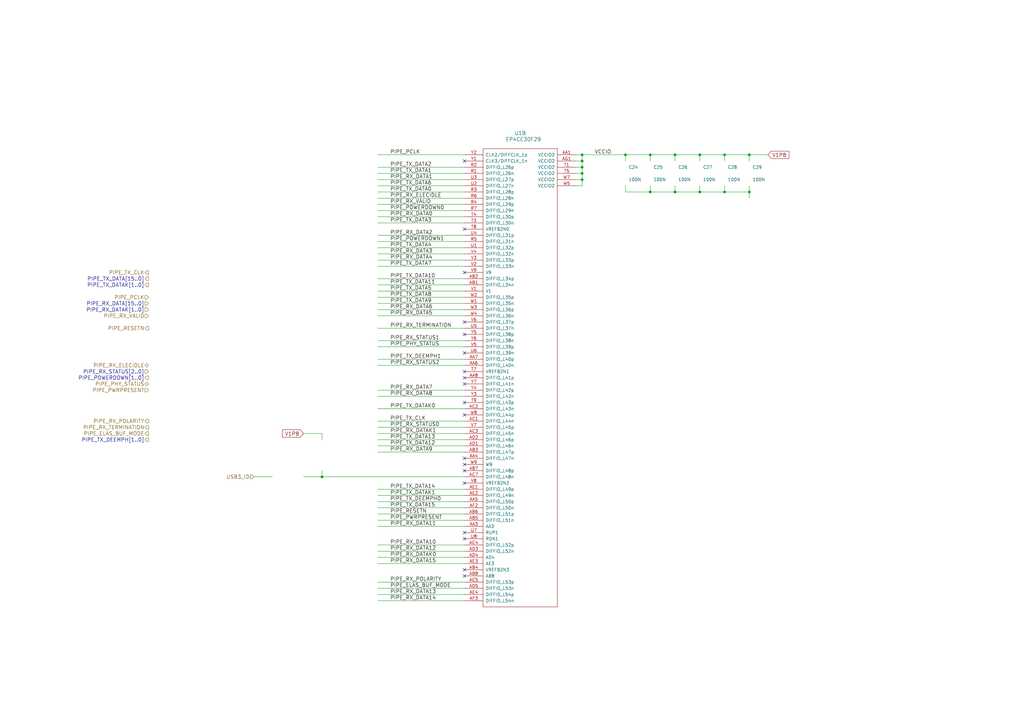
<source format=kicad_sch>
(kicad_sch (version 20230121) (generator eeschema)
  (paper "A3")
  (title_block (title "Daisho Project Main Board") (date "10 Oct 2014") (rev "0") (company "ShareBrained Technology, Inc.") (comment 1 "Copyright © 2013 Jared Boone") (comment 2 "License: GNU General Public License, version 2"))
  (junction (at 238.76 68.58))
  (junction (at 238.76 63.5))
  (junction (at 307.34 63.5))
  (junction (at 297.18 78.74))
  (junction (at 276.86 63.5))
  (junction (at 307.34 78.74))
  (junction (at 238.76 66.04))
  (junction (at 297.18 63.5))
  (junction (at 266.7 78.74))
  (junction (at 132.08 195.58))
  (junction (at 256.54 63.5))
  (junction (at 266.7 63.5))
  (junction (at 276.86 78.74))
  (junction (at 287.02 78.74))
  (junction (at 287.02 63.5))
  (junction (at 238.76 73.66))
  (junction (at 238.76 71.12))
  (no_connect (at 190.5 137.16))
  (no_connect (at 190.5 218.44))
  (no_connect (at 190.5 233.68))
  (no_connect (at 190.5 66.04))
  (no_connect (at 190.5 193.04))
  (no_connect (at 190.5 93.98))
  (no_connect (at 190.5 132.08))
  (no_connect (at 190.5 236.22))
  (no_connect (at 190.5 198.12))
  (no_connect (at 190.5 170.18))
  (no_connect (at 190.5 220.98))
  (no_connect (at 190.5 157.48))
  (no_connect (at 190.5 111.76))
  (no_connect (at 190.5 144.78))
  (no_connect (at 190.5 187.96))
  (no_connect (at 190.5 152.4))
  (no_connect (at 190.5 154.94))
  (no_connect (at 190.5 190.5))
  (no_connect (at 190.5 165.1))
  (wire (pts (xy 154.94 106.68) (xy 190.5 106.68)))
  (wire (pts (xy 256.54 63.5) (xy 256.54 66.04)))
  (wire (pts (xy 236.22 63.5) (xy 238.76 63.5)))
  (wire (pts (xy 190.5 101.6) (xy 154.94 101.6)))
  (wire (pts (xy 190.5 175.26) (xy 154.94 175.26)))
  (wire (pts (xy 154.94 162.56) (xy 190.5 162.56)))
  (wire (pts (xy 154.94 177.8) (xy 190.5 177.8)))
  (wire (pts (xy 297.18 76.2) (xy 297.18 78.74)))
  (wire (pts (xy 190.5 76.2) (xy 154.94 76.2)))
  (wire (pts (xy 307.34 81.28) (xy 307.34 78.74)))
  (wire (pts (xy 276.86 63.5) (xy 276.86 66.04)))
  (wire (pts (xy 154.94 104.14) (xy 190.5 104.14)))
  (wire (pts (xy 190.5 134.62) (xy 154.94 134.62)))
  (wire (pts (xy 238.76 73.66) (xy 238.76 76.2)))
  (wire (pts (xy 297.18 63.5) (xy 297.18 66.04)))
  (wire (pts (xy 190.5 121.92) (xy 154.94 121.92)))
  (wire (pts (xy 190.5 86.36) (xy 154.94 86.36)))
  (wire (pts (xy 154.94 127) (xy 190.5 127)))
  (wire (pts (xy 190.5 124.46) (xy 154.94 124.46)))
  (wire (pts (xy 154.94 210.82) (xy 190.5 210.82)))
  (wire (pts (xy 287.02 63.5) (xy 297.18 63.5)))
  (wire (pts (xy 307.34 66.04) (xy 307.34 63.5)))
  (wire (pts (xy 154.94 241.3) (xy 190.5 241.3)))
  (wire (pts (xy 190.5 81.28) (xy 154.94 81.28)))
  (wire (pts (xy 238.76 63.5) (xy 256.54 63.5)))
  (wire (pts (xy 132.08 195.58) (xy 190.5 195.58)))
  (wire (pts (xy 256.54 78.74) (xy 266.7 78.74)))
  (wire (pts (xy 238.76 66.04) (xy 238.76 68.58)))
  (wire (pts (xy 190.5 160.02) (xy 154.94 160.02)))
  (wire (pts (xy 266.7 63.5) (xy 266.7 66.04)))
  (wire (pts (xy 287.02 78.74) (xy 297.18 78.74)))
  (wire (pts (xy 190.5 139.7) (xy 154.94 139.7)))
  (wire (pts (xy 154.94 88.9) (xy 190.5 88.9)))
  (wire (pts (xy 190.5 78.74) (xy 154.94 78.74)))
  (wire (pts (xy 190.5 71.12) (xy 154.94 71.12)))
  (wire (pts (xy 154.94 223.52) (xy 190.5 223.52)))
  (wire (pts (xy 190.5 68.58) (xy 154.94 68.58)))
  (wire (pts (xy 238.76 68.58) (xy 236.22 68.58)))
  (wire (pts (xy 266.7 63.5) (xy 276.86 63.5)))
  (wire (pts (xy 307.34 78.74) (xy 307.34 76.2)))
  (wire (pts (xy 190.5 149.86) (xy 154.94 149.86)))
  (wire (pts (xy 190.5 83.82) (xy 154.94 83.82)))
  (wire (pts (xy 132.08 193.04) (xy 132.08 195.58)))
  (wire (pts (xy 132.08 177.8) (xy 132.08 180.34)))
  (wire (pts (xy 190.5 172.72) (xy 154.94 172.72)))
  (wire (pts (xy 154.94 129.54) (xy 190.5 129.54)))
  (wire (pts (xy 190.5 205.74) (xy 154.94 205.74)))
  (wire (pts (xy 238.76 76.2) (xy 236.22 76.2)))
  (wire (pts (xy 154.94 228.6) (xy 190.5 228.6)))
  (wire (pts (xy 238.76 66.04) (xy 236.22 66.04)))
  (wire (pts (xy 190.5 167.64) (xy 154.94 167.64)))
  (wire (pts (xy 238.76 73.66) (xy 236.22 73.66)))
  (wire (pts (xy 190.5 147.32) (xy 154.94 147.32)))
  (wire (pts (xy 104.14 195.58) (xy 111.76 195.58)))
  (wire (pts (xy 190.5 109.22) (xy 154.94 109.22)))
  (wire (pts (xy 276.86 78.74) (xy 287.02 78.74)))
  (wire (pts (xy 238.76 68.58) (xy 238.76 71.12)))
  (wire (pts (xy 266.7 78.74) (xy 276.86 78.74)))
  (wire (pts (xy 190.5 114.3) (xy 154.94 114.3)))
  (wire (pts (xy 154.94 226.06) (xy 190.5 226.06)))
  (wire (pts (xy 238.76 71.12) (xy 236.22 71.12)))
  (wire (pts (xy 124.46 195.58) (xy 132.08 195.58)))
  (wire (pts (xy 287.02 63.5) (xy 287.02 66.04)))
  (wire (pts (xy 238.76 63.5) (xy 238.76 66.04)))
  (wire (pts (xy 287.02 78.74) (xy 287.02 76.2)))
  (wire (pts (xy 190.5 91.44) (xy 154.94 91.44)))
  (wire (pts (xy 190.5 119.38) (xy 154.94 119.38)))
  (wire (pts (xy 154.94 238.76) (xy 190.5 238.76)))
  (wire (pts (xy 190.5 63.5) (xy 154.94 63.5)))
  (wire (pts (xy 154.94 215.9) (xy 190.5 215.9)))
  (wire (pts (xy 190.5 203.2) (xy 154.94 203.2)))
  (wire (pts (xy 297.18 78.74) (xy 307.34 78.74)))
  (wire (pts (xy 307.34 63.5) (xy 314.96 63.5)))
  (wire (pts (xy 154.94 213.36) (xy 190.5 213.36)))
  (wire (pts (xy 190.5 142.24) (xy 154.94 142.24)))
  (wire (pts (xy 276.86 78.74) (xy 276.86 76.2)))
  (wire (pts (xy 190.5 208.28) (xy 154.94 208.28)))
  (wire (pts (xy 276.86 63.5) (xy 287.02 63.5)))
  (wire (pts (xy 154.94 185.42) (xy 190.5 185.42)))
  (wire (pts (xy 154.94 246.38) (xy 190.5 246.38)))
  (wire (pts (xy 190.5 200.66) (xy 154.94 200.66)))
  (wire (pts (xy 190.5 73.66) (xy 154.94 73.66)))
  (wire (pts (xy 238.76 71.12) (xy 238.76 73.66)))
  (wire (pts (xy 190.5 116.84) (xy 154.94 116.84)))
  (wire (pts (xy 256.54 63.5) (xy 266.7 63.5)))
  (wire (pts (xy 190.5 99.06) (xy 154.94 99.06)))
  (wire (pts (xy 124.46 177.8) (xy 132.08 177.8)))
  (wire (pts (xy 266.7 78.74) (xy 266.7 76.2)))
  (wire (pts (xy 190.5 180.34) (xy 154.94 180.34)))
  (wire (pts (xy 256.54 76.2) (xy 256.54 78.74)))
  (wire (pts (xy 190.5 182.88) (xy 154.94 182.88)))
  (wire (pts (xy 297.18 63.5) (xy 307.34 63.5)))
  (wire (pts (xy 154.94 96.52) (xy 190.5 96.52)))
  (wire (pts (xy 154.94 243.84) (xy 190.5 243.84)))
  (wire (pts (xy 154.94 231.14) (xy 190.5 231.14)))
  (label "PIPE_RX_TERMINATION" (at 160.02 134.62 0) (effects (font (size 1.524 1.524))))
  (label "PIPE_TX_DATA5" (at 160.02 119.38 0) (effects (font (size 1.524 1.524))))
  (label "PIPE_TX_DATA12" (at 160.02 182.88 0) (effects (font (size 1.524 1.524))))
  (label "PIPE_RX_STATUS0" (at 160.02 175.26 0) (effects (font (size 1.524 1.524))))
  (label "PIPE_RESETN" (at 160.02 210.82 0) (effects (font (size 1.524 1.524))))
  (label "PIPE_RX_DATA11" (at 160.02 215.9 0) (effects (font (size 1.524 1.524))))
  (label "PIPE_RX_STATUS1" (at 160.02 139.7 0) (effects (font (size 1.524 1.524))))
  (label "PIPE_PCLK" (at 160.02 63.5 0) (effects (font (size 1.524 1.524))))
  (label "PIPE_TX_DEEMPH0" (at 160.02 205.74 0) (effects (font (size 1.524 1.524))))
  (label "PIPE_TX_DATAK0" (at 160.02 167.64 0) (effects (font (size 1.524 1.524))))
  (label "VCCIO" (at 243.84 63.5 0) (effects (font (size 1.524 1.524))))
  (label "PIPE_RX_DATA9" (at 160.02 185.42 0) (effects (font (size 1.524 1.524))))
  (label "PIPE_TX_DEEMPH1" (at 160.02 147.32 0) (effects (font (size 1.524 1.524))))
  (label "PIPE_POWERDOWN0" (at 160.02 86.36 0) (effects (font (size 1.524 1.524))))
  (label "PIPE_PHY_STATUS" (at 160.02 142.24 0) (effects (font (size 1.524 1.524))))
  (label "PIPE_TX_DATA11" (at 160.02 116.84 0) (effects (font (size 1.524 1.524))))
  (label "PIPE_RX_DATA0" (at 160.02 88.9 0) (effects (font (size 1.524 1.524))))
  (label "PIPE_RX_DATA12" (at 160.02 226.06 0) (effects (font (size 1.524 1.524))))
  (label "PIPE_RX_DATA6" (at 160.02 127 0) (effects (font (size 1.524 1.524))))
  (label "PIPE_TX_DATA14" (at 160.02 200.66 0) (effects (font (size 1.524 1.524))))
  (label "PIPE_RX_STATUS2" (at 160.02 149.86 0) (effects (font (size 1.524 1.524))))
  (label "PIPE_TX_DATA15" (at 160.02 208.28 0) (effects (font (size 1.524 1.524))))
  (label "PIPE_RX_DATA10" (at 160.02 223.52 0) (effects (font (size 1.524 1.524))))
  (label "PIPE_RX_DATAK1" (at 160.02 177.8 0) (effects (font (size 1.524 1.524))))
  (label "PIPE_TX_DATA10" (at 160.02 114.3 0) (effects (font (size 1.524 1.524))))
  (label "PIPE_TX_DATA1" (at 160.02 71.12 0) (effects (font (size 1.524 1.524))))
  (label "PIPE_RX_DATA1" (at 160.02 73.66 0) (effects (font (size 1.524 1.524))))
  (label "PIPE_TX_DATAK1" (at 160.02 203.2 0) (effects (font (size 1.524 1.524))))
  (label "PIPE_TX_DATA3" (at 160.02 91.44 0) (effects (font (size 1.524 1.524))))
  (label "PIPE_TX_DATA0" (at 160.02 78.74 0) (effects (font (size 1.524 1.524))))
  (label "PIPE_PWRPRESENT" (at 160.02 213.36 0) (effects (font (size 1.524 1.524))))
  (label "PIPE_TX_DATA13" (at 160.02 180.34 0) (effects (font (size 1.524 1.524))))
  (label "PIPE_TX_CLK" (at 160.02 172.72 0) (effects (font (size 1.524 1.524))))
  (label "PIPE_TX_DATA8" (at 160.02 121.92 0) (effects (font (size 1.524 1.524))))
  (label "PIPE_TX_DATA7" (at 160.02 109.22 0) (effects (font (size 1.524 1.524))))
  (label "PIPE_POWERDOWN1" (at 160.02 99.06 0) (effects (font (size 1.524 1.524))))
  (label "PIPE_RX_DATA14" (at 160.02 246.38 0) (effects (font (size 1.524 1.524))))
  (label "PIPE_ELAS_BUF_MODE" (at 160.02 241.3 0) (effects (font (size 1.524 1.524))))
  (label "PIPE_TX_DATA9" (at 160.02 124.46 0) (effects (font (size 1.524 1.524))))
  (label "PIPE_TX_DATA6" (at 160.02 76.2 0) (effects (font (size 1.524 1.524))))
  (label "PIPE_RX_POLARITY" (at 160.02 238.76 0) (effects (font (size 1.524 1.524))))
  (label "PIPE_RX_VALID" (at 160.02 83.82 0) (effects (font (size 1.524 1.524))))
  (label "PIPE_RX_DATAK0" (at 160.02 228.6 0) (effects (font (size 1.524 1.524))))
  (label "PIPE_RX_ELECIDLE" (at 160.02 81.28 0) (effects (font (size 1.524 1.524))))
  (label "PIPE_RX_DATA7" (at 160.02 160.02 0) (effects (font (size 1.524 1.524))))
  (label "PIPE_RX_DATA5" (at 160.02 129.54 0) (effects (font (size 1.524 1.524))))
  (label "PIPE_RX_DATA13" (at 160.02 243.84 0) (effects (font (size 1.524 1.524))))
  (label "PIPE_RX_DATA8" (at 160.02 162.56 0) (effects (font (size 1.524 1.524))))
  (label "PIPE_TX_DATA4" (at 160.02 101.6 0) (effects (font (size 1.524 1.524))))
  (label "PIPE_TX_DATA2" (at 160.02 68.58 0) (effects (font (size 1.524 1.524))))
  (label "PIPE_RX_DATA3" (at 160.02 104.14 0) (effects (font (size 1.524 1.524))))
  (label "PIPE_RX_DATA15" (at 160.02 231.14 0) (effects (font (size 1.524 1.524))))
  (label "PIPE_RX_DATA2" (at 160.02 96.52 0) (effects (font (size 1.524 1.524))))
  (label "PIPE_RX_DATA4" (at 160.02 106.68 0) (effects (font (size 1.524 1.524))))
  (global_label "V1P8" (shape input) (at 124.46 177.8 180) (effects (font (size 1.524 1.524))) (property "Intersheetrefs" "${INTERSHEET_REFS}" (effects hide)))
  (global_label "V1P8" (shape input) (at 314.96 63.5 0) (effects (font (size 1.524 1.524))) (property "Intersheetrefs" "${INTERSHEET_REFS}" (effects hide)))
  (hierarchical_label "PIPE_PWRPRESENT" (shape input) (at 60.96 160.02 180) (effects (font (size 1.524 1.524))))
  (hierarchical_label "PIPE_RX_DATAK[1..0]" (shape input) (at 60.96 127 180) (effects (font (size 1.524 1.524))))
  (hierarchical_label "PIPE_TX_CLK" (shape output) (at 60.96 111.76 180) (effects (font (size 1.524 1.524))))
  (hierarchical_label "USB3_ID" (shape input) (at 104.14 195.58 180) (effects (font (size 1.524 1.524))))
  (hierarchical_label "PIPE_TX_DATA[15..0]" (shape output) (at 60.96 114.3 180) (effects (font (size 1.524 1.524))))
  (hierarchical_label "PIPE_POWERDOWN[1..0]" (shape output) (at 60.96 154.94 180) (effects (font (size 1.524 1.524))))
  (hierarchical_label "PIPE_RX_DATA[15..0]" (shape input) (at 60.96 124.46 180) (effects (font (size 1.524 1.524))))
  (hierarchical_label "PIPE_TX_DATAK[1..0]" (shape output) (at 60.96 116.84 180) (effects (font (size 1.524 1.524))))
  (hierarchical_label "PIPE_RX_STATUS[2..0]" (shape input) (at 60.96 152.4 180) (effects (font (size 1.524 1.524))))
  (hierarchical_label "PIPE_TX_DEEMPH[1..0]" (shape output) (at 60.96 180.34 180) (effects (font (size 1.524 1.524))))
  (hierarchical_label "PIPE_RX_ELECIDLE" (shape bidirectional) (at 60.96 149.86 180) (effects (font (size 1.524 1.524))))
  (hierarchical_label "PIPE_RX_VALID" (shape input) (at 60.96 129.54 180) (effects (font (size 1.524 1.524))))
  (hierarchical_label "PIPE_RX_TERMINATION" (shape output) (at 60.96 175.26 180) (effects (font (size 1.524 1.524))))
  (hierarchical_label "PIPE_RX_POLARITY" (shape output) (at 60.96 172.72 180) (effects (font (size 1.524 1.524))))
  (hierarchical_label "PIPE_RESETN" (shape output) (at 60.96 134.62 180) (effects (font (size 1.524 1.524))))
  (hierarchical_label "PIPE_ELAS_BUF_MODE" (shape output) (at 60.96 177.8 180) (effects (font (size 1.524 1.524))))
  (hierarchical_label "PIPE_PCLK" (shape input) (at 60.96 121.92 180) (effects (font (size 1.524 1.524))))
  (hierarchical_label "PIPE_PHY_STATUS" (shape bidirectional) (at 60.96 157.48 180) (effects (font (size 1.524 1.524))))
  (symbol (lib_id "ep4ce30f29:EP4CE30F29") (at 213.36 55.88 0) (unit 2)
    (property "Reference" "U1" (at 213.36 54.61 0) (effects (font (size 1.524 1.524))))
    (property "Value" "EP4CE30F29" (at 214.63 57.15 0) (effects (font (size 1.524 1.524))))
  )
  (symbol (lib_id "C") (at 256.54 71.12 0) (unit 1)
    (property "Reference" "C24" (at 257.81 68.58 0) (effects (justify left)))
    (property "Value" "100N" (at 257.81 73.66 0) (effects (justify left)))
    (property "Manufacturer" "Murata" (effects hide))
    (property "Part Number" "GRM155R61A104KA01D" (effects hide))
  )
  (symbol (lib_id "C") (at 266.7 71.12 0) (unit 1)
    (property "Reference" "C25" (at 267.97 68.58 0) (effects (justify left)))
    (property "Value" "100N" (at 267.97 73.66 0) (effects (justify left)))
    (property "Manufacturer" "Murata" (effects hide))
    (property "Part Number" "GRM155R61A104KA01D" (effects hide))
  )
  (symbol (lib_id "C") (at 276.86 71.12 0) (unit 1)
    (property "Reference" "C26" (at 278.13 68.58 0) (effects (justify left)))
    (property "Value" "100N" (at 278.13 73.66 0) (effects (justify left)))
    (property "Manufacturer" "Murata" (effects hide))
    (property "Part Number" "GRM155R61A104KA01D" (effects hide))
  )
  (symbol (lib_id "C") (at 287.02 71.12 0) (unit 1)
    (property "Reference" "C27" (at 288.29 68.58 0) (effects (justify left)))
    (property "Value" "100N" (at 288.29 73.66 0) (effects (justify left)))
    (property "Manufacturer" "Murata" (effects hide))
    (property "Part Number" "GRM155R61A104KA01D" (effects hide))
  )
  (symbol (lib_id "C") (at 297.18 71.12 0) (unit 1)
    (property "Reference" "C28" (at 298.45 68.58 0) (effects (justify left)))
    (property "Value" "100N" (at 298.45 73.66 0) (effects (justify left)))
    (property "Manufacturer" "Murata" (effects hide))
    (property "Part Number" "GRM155R61A104KA01D" (effects hide))
  )
  (symbol (lib_id "C") (at 307.34 71.12 0) (unit 1)
    (property "Reference" "C29" (at 308.61 68.58 0) (effects (justify left)))
    (property "Value" "100N" (at 308.61 73.66 0) (effects (justify left)))
    (property "Manufacturer" "Murata" (effects hide))
    (property "Part Number" "GRM155R61A104KA01D" (effects hide))
  )
  (symbol (lib_id "GND") (at 307.34 81.28 0) (unit 1)
    (property "Reference" "#PWR0102" (effects hide))
    (property "Value" "GND" (effects hide))
  )
  (symbol (lib_id "R") (at 118.11 195.58 270) (mirror x) (unit 1)
    (property "Reference" "R39" (at 118.11 193.548 90))
    (property "Value" "1K00" (at 118.11 195.58 90))
    (property "Manufacturer" "Stackpole" (effects hide))
    (property "Part Number" "RMCF0402FT1K00" (effects hide))
    (property "Tolerance" "1%" (at 118.11 198.12 90) (effects (font (size 1.524 1.524))))
  )
  (symbol (lib_id "R") (at 132.08 186.69 0) (mirror y) (unit 1)
    (property "Reference" "R40" (at 130.048 186.69 90))
    (property "Value" "10K" (at 132.08 186.69 90))
    (property "Manufacturer" "Stackpole" (effects hide))
    (property "Part Number" "RMCF0402JT10K0" (effects hide))
  )
)
</source>
